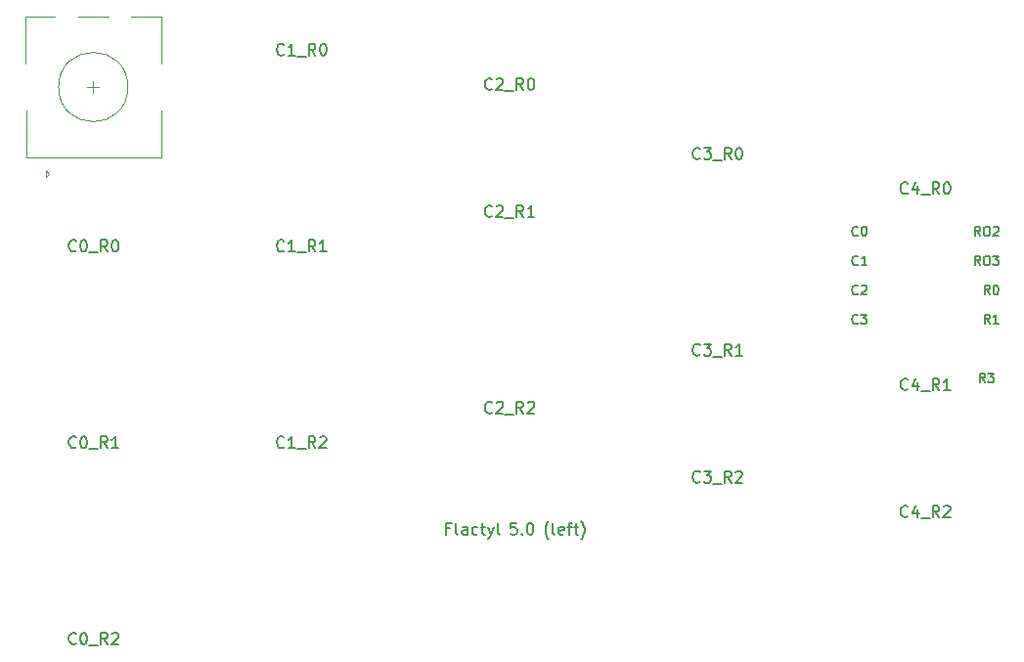
<source format=gbr>
%TF.GenerationSoftware,KiCad,Pcbnew,(7.0.0-0)*%
%TF.CreationDate,2023-06-15T15:06:03+08:00*%
%TF.ProjectId,left,6c656674-2e6b-4696-9361-645f70636258,v1.0.0*%
%TF.SameCoordinates,Original*%
%TF.FileFunction,Legend,Top*%
%TF.FilePolarity,Positive*%
%FSLAX46Y46*%
G04 Gerber Fmt 4.6, Leading zero omitted, Abs format (unit mm)*
G04 Created by KiCad (PCBNEW (7.0.0-0)) date 2023-06-15 15:06:03*
%MOMM*%
%LPD*%
G01*
G04 APERTURE LIST*
%ADD10C,0.150000*%
%ADD11C,0.120000*%
G04 APERTURE END LIST*
D10*
%TO.C,S1*%
X70476190Y41727857D02*
X70428571Y41680238D01*
X70428571Y41680238D02*
X70285714Y41632619D01*
X70285714Y41632619D02*
X70190476Y41632619D01*
X70190476Y41632619D02*
X70047619Y41680238D01*
X70047619Y41680238D02*
X69952381Y41775476D01*
X69952381Y41775476D02*
X69904762Y41870714D01*
X69904762Y41870714D02*
X69857143Y42061190D01*
X69857143Y42061190D02*
X69857143Y42204047D01*
X69857143Y42204047D02*
X69904762Y42394523D01*
X69904762Y42394523D02*
X69952381Y42489761D01*
X69952381Y42489761D02*
X70047619Y42585000D01*
X70047619Y42585000D02*
X70190476Y42632619D01*
X70190476Y42632619D02*
X70285714Y42632619D01*
X70285714Y42632619D02*
X70428571Y42585000D01*
X70428571Y42585000D02*
X70476190Y42537380D01*
X71333333Y42299285D02*
X71333333Y41632619D01*
X71095238Y42680238D02*
X70857143Y41965952D01*
X70857143Y41965952D02*
X71476190Y41965952D01*
X71619048Y41537380D02*
X72380952Y41537380D01*
X73190476Y41632619D02*
X72857143Y42108809D01*
X72619048Y41632619D02*
X72619048Y42632619D01*
X72619048Y42632619D02*
X73000000Y42632619D01*
X73000000Y42632619D02*
X73095238Y42585000D01*
X73095238Y42585000D02*
X73142857Y42537380D01*
X73142857Y42537380D02*
X73190476Y42442142D01*
X73190476Y42442142D02*
X73190476Y42299285D01*
X73190476Y42299285D02*
X73142857Y42204047D01*
X73142857Y42204047D02*
X73095238Y42156428D01*
X73095238Y42156428D02*
X73000000Y42108809D01*
X73000000Y42108809D02*
X72619048Y42108809D01*
X73809524Y42632619D02*
X73904762Y42632619D01*
X73904762Y42632619D02*
X74000000Y42585000D01*
X74000000Y42585000D02*
X74047619Y42537380D01*
X74047619Y42537380D02*
X74095238Y42442142D01*
X74095238Y42442142D02*
X74142857Y42251666D01*
X74142857Y42251666D02*
X74142857Y42013571D01*
X74142857Y42013571D02*
X74095238Y41823095D01*
X74095238Y41823095D02*
X74047619Y41727857D01*
X74047619Y41727857D02*
X74000000Y41680238D01*
X74000000Y41680238D02*
X73904762Y41632619D01*
X73904762Y41632619D02*
X73809524Y41632619D01*
X73809524Y41632619D02*
X73714286Y41680238D01*
X73714286Y41680238D02*
X73666667Y41727857D01*
X73666667Y41727857D02*
X73619048Y41823095D01*
X73619048Y41823095D02*
X73571429Y42013571D01*
X73571429Y42013571D02*
X73571429Y42251666D01*
X73571429Y42251666D02*
X73619048Y42442142D01*
X73619048Y42442142D02*
X73666667Y42537380D01*
X73666667Y42537380D02*
X73714286Y42585000D01*
X73714286Y42585000D02*
X73809524Y42632619D01*
%TO.C,S2*%
X70476190Y24727857D02*
X70428571Y24680238D01*
X70428571Y24680238D02*
X70285714Y24632619D01*
X70285714Y24632619D02*
X70190476Y24632619D01*
X70190476Y24632619D02*
X70047619Y24680238D01*
X70047619Y24680238D02*
X69952381Y24775476D01*
X69952381Y24775476D02*
X69904762Y24870714D01*
X69904762Y24870714D02*
X69857143Y25061190D01*
X69857143Y25061190D02*
X69857143Y25204047D01*
X69857143Y25204047D02*
X69904762Y25394523D01*
X69904762Y25394523D02*
X69952381Y25489761D01*
X69952381Y25489761D02*
X70047619Y25585000D01*
X70047619Y25585000D02*
X70190476Y25632619D01*
X70190476Y25632619D02*
X70285714Y25632619D01*
X70285714Y25632619D02*
X70428571Y25585000D01*
X70428571Y25585000D02*
X70476190Y25537380D01*
X71333333Y25299285D02*
X71333333Y24632619D01*
X71095238Y25680238D02*
X70857143Y24965952D01*
X70857143Y24965952D02*
X71476190Y24965952D01*
X71619048Y24537380D02*
X72380952Y24537380D01*
X73190476Y24632619D02*
X72857143Y25108809D01*
X72619048Y24632619D02*
X72619048Y25632619D01*
X72619048Y25632619D02*
X73000000Y25632619D01*
X73000000Y25632619D02*
X73095238Y25585000D01*
X73095238Y25585000D02*
X73142857Y25537380D01*
X73142857Y25537380D02*
X73190476Y25442142D01*
X73190476Y25442142D02*
X73190476Y25299285D01*
X73190476Y25299285D02*
X73142857Y25204047D01*
X73142857Y25204047D02*
X73095238Y25156428D01*
X73095238Y25156428D02*
X73000000Y25108809D01*
X73000000Y25108809D02*
X72619048Y25108809D01*
X74142857Y24632619D02*
X73571429Y24632619D01*
X73857143Y24632619D02*
X73857143Y25632619D01*
X73857143Y25632619D02*
X73761905Y25489761D01*
X73761905Y25489761D02*
X73666667Y25394523D01*
X73666667Y25394523D02*
X73571429Y25346904D01*
%TO.C,MCU1*%
X66166667Y38092285D02*
X66128571Y38054190D01*
X66128571Y38054190D02*
X66014286Y38016095D01*
X66014286Y38016095D02*
X65938095Y38016095D01*
X65938095Y38016095D02*
X65823809Y38054190D01*
X65823809Y38054190D02*
X65747619Y38130380D01*
X65747619Y38130380D02*
X65709524Y38206571D01*
X65709524Y38206571D02*
X65671428Y38358952D01*
X65671428Y38358952D02*
X65671428Y38473238D01*
X65671428Y38473238D02*
X65709524Y38625619D01*
X65709524Y38625619D02*
X65747619Y38701809D01*
X65747619Y38701809D02*
X65823809Y38778000D01*
X65823809Y38778000D02*
X65938095Y38816095D01*
X65938095Y38816095D02*
X66014286Y38816095D01*
X66014286Y38816095D02*
X66128571Y38778000D01*
X66128571Y38778000D02*
X66166667Y38739904D01*
X66661905Y38816095D02*
X66738095Y38816095D01*
X66738095Y38816095D02*
X66814286Y38778000D01*
X66814286Y38778000D02*
X66852381Y38739904D01*
X66852381Y38739904D02*
X66890476Y38663714D01*
X66890476Y38663714D02*
X66928571Y38511333D01*
X66928571Y38511333D02*
X66928571Y38320857D01*
X66928571Y38320857D02*
X66890476Y38168476D01*
X66890476Y38168476D02*
X66852381Y38092285D01*
X66852381Y38092285D02*
X66814286Y38054190D01*
X66814286Y38054190D02*
X66738095Y38016095D01*
X66738095Y38016095D02*
X66661905Y38016095D01*
X66661905Y38016095D02*
X66585714Y38054190D01*
X66585714Y38054190D02*
X66547619Y38092285D01*
X66547619Y38092285D02*
X66509524Y38168476D01*
X66509524Y38168476D02*
X66471428Y38320857D01*
X66471428Y38320857D02*
X66471428Y38511333D01*
X66471428Y38511333D02*
X66509524Y38663714D01*
X66509524Y38663714D02*
X66547619Y38739904D01*
X66547619Y38739904D02*
X66585714Y38778000D01*
X66585714Y38778000D02*
X66661905Y38816095D01*
X66166667Y35552285D02*
X66128571Y35514190D01*
X66128571Y35514190D02*
X66014286Y35476095D01*
X66014286Y35476095D02*
X65938095Y35476095D01*
X65938095Y35476095D02*
X65823809Y35514190D01*
X65823809Y35514190D02*
X65747619Y35590380D01*
X65747619Y35590380D02*
X65709524Y35666571D01*
X65709524Y35666571D02*
X65671428Y35818952D01*
X65671428Y35818952D02*
X65671428Y35933238D01*
X65671428Y35933238D02*
X65709524Y36085619D01*
X65709524Y36085619D02*
X65747619Y36161809D01*
X65747619Y36161809D02*
X65823809Y36238000D01*
X65823809Y36238000D02*
X65938095Y36276095D01*
X65938095Y36276095D02*
X66014286Y36276095D01*
X66014286Y36276095D02*
X66128571Y36238000D01*
X66128571Y36238000D02*
X66166667Y36199904D01*
X66928571Y35476095D02*
X66471428Y35476095D01*
X66700000Y35476095D02*
X66700000Y36276095D01*
X66700000Y36276095D02*
X66623809Y36161809D01*
X66623809Y36161809D02*
X66547619Y36085619D01*
X66547619Y36085619D02*
X66471428Y36047523D01*
X66166667Y33012285D02*
X66128571Y32974190D01*
X66128571Y32974190D02*
X66014286Y32936095D01*
X66014286Y32936095D02*
X65938095Y32936095D01*
X65938095Y32936095D02*
X65823809Y32974190D01*
X65823809Y32974190D02*
X65747619Y33050380D01*
X65747619Y33050380D02*
X65709524Y33126571D01*
X65709524Y33126571D02*
X65671428Y33278952D01*
X65671428Y33278952D02*
X65671428Y33393238D01*
X65671428Y33393238D02*
X65709524Y33545619D01*
X65709524Y33545619D02*
X65747619Y33621809D01*
X65747619Y33621809D02*
X65823809Y33698000D01*
X65823809Y33698000D02*
X65938095Y33736095D01*
X65938095Y33736095D02*
X66014286Y33736095D01*
X66014286Y33736095D02*
X66128571Y33698000D01*
X66128571Y33698000D02*
X66166667Y33659904D01*
X66471428Y33659904D02*
X66509524Y33698000D01*
X66509524Y33698000D02*
X66585714Y33736095D01*
X66585714Y33736095D02*
X66776190Y33736095D01*
X66776190Y33736095D02*
X66852381Y33698000D01*
X66852381Y33698000D02*
X66890476Y33659904D01*
X66890476Y33659904D02*
X66928571Y33583714D01*
X66928571Y33583714D02*
X66928571Y33507523D01*
X66928571Y33507523D02*
X66890476Y33393238D01*
X66890476Y33393238D02*
X66433333Y32936095D01*
X66433333Y32936095D02*
X66928571Y32936095D01*
X66166667Y30472285D02*
X66128571Y30434190D01*
X66128571Y30434190D02*
X66014286Y30396095D01*
X66014286Y30396095D02*
X65938095Y30396095D01*
X65938095Y30396095D02*
X65823809Y30434190D01*
X65823809Y30434190D02*
X65747619Y30510380D01*
X65747619Y30510380D02*
X65709524Y30586571D01*
X65709524Y30586571D02*
X65671428Y30738952D01*
X65671428Y30738952D02*
X65671428Y30853238D01*
X65671428Y30853238D02*
X65709524Y31005619D01*
X65709524Y31005619D02*
X65747619Y31081809D01*
X65747619Y31081809D02*
X65823809Y31158000D01*
X65823809Y31158000D02*
X65938095Y31196095D01*
X65938095Y31196095D02*
X66014286Y31196095D01*
X66014286Y31196095D02*
X66128571Y31158000D01*
X66128571Y31158000D02*
X66166667Y31119904D01*
X66433333Y31196095D02*
X66928571Y31196095D01*
X66928571Y31196095D02*
X66661905Y30891333D01*
X66661905Y30891333D02*
X66776190Y30891333D01*
X66776190Y30891333D02*
X66852381Y30853238D01*
X66852381Y30853238D02*
X66890476Y30815142D01*
X66890476Y30815142D02*
X66928571Y30738952D01*
X66928571Y30738952D02*
X66928571Y30548476D01*
X66928571Y30548476D02*
X66890476Y30472285D01*
X66890476Y30472285D02*
X66852381Y30434190D01*
X66852381Y30434190D02*
X66776190Y30396095D01*
X66776190Y30396095D02*
X66547619Y30396095D01*
X66547619Y30396095D02*
X66471428Y30434190D01*
X66471428Y30434190D02*
X66433333Y30472285D01*
X76747619Y38016095D02*
X76480952Y38397047D01*
X76290476Y38016095D02*
X76290476Y38816095D01*
X76290476Y38816095D02*
X76595238Y38816095D01*
X76595238Y38816095D02*
X76671428Y38778000D01*
X76671428Y38778000D02*
X76709523Y38739904D01*
X76709523Y38739904D02*
X76747619Y38663714D01*
X76747619Y38663714D02*
X76747619Y38549428D01*
X76747619Y38549428D02*
X76709523Y38473238D01*
X76709523Y38473238D02*
X76671428Y38435142D01*
X76671428Y38435142D02*
X76595238Y38397047D01*
X76595238Y38397047D02*
X76290476Y38397047D01*
X77242857Y38816095D02*
X77395238Y38816095D01*
X77395238Y38816095D02*
X77471428Y38778000D01*
X77471428Y38778000D02*
X77547619Y38701809D01*
X77547619Y38701809D02*
X77585714Y38549428D01*
X77585714Y38549428D02*
X77585714Y38282761D01*
X77585714Y38282761D02*
X77547619Y38130380D01*
X77547619Y38130380D02*
X77471428Y38054190D01*
X77471428Y38054190D02*
X77395238Y38016095D01*
X77395238Y38016095D02*
X77242857Y38016095D01*
X77242857Y38016095D02*
X77166666Y38054190D01*
X77166666Y38054190D02*
X77090476Y38130380D01*
X77090476Y38130380D02*
X77052380Y38282761D01*
X77052380Y38282761D02*
X77052380Y38549428D01*
X77052380Y38549428D02*
X77090476Y38701809D01*
X77090476Y38701809D02*
X77166666Y38778000D01*
X77166666Y38778000D02*
X77242857Y38816095D01*
X77890475Y38739904D02*
X77928571Y38778000D01*
X77928571Y38778000D02*
X78004761Y38816095D01*
X78004761Y38816095D02*
X78195237Y38816095D01*
X78195237Y38816095D02*
X78271428Y38778000D01*
X78271428Y38778000D02*
X78309523Y38739904D01*
X78309523Y38739904D02*
X78347618Y38663714D01*
X78347618Y38663714D02*
X78347618Y38587523D01*
X78347618Y38587523D02*
X78309523Y38473238D01*
X78309523Y38473238D02*
X77852380Y38016095D01*
X77852380Y38016095D02*
X78347618Y38016095D01*
X76747619Y35476095D02*
X76480952Y35857047D01*
X76290476Y35476095D02*
X76290476Y36276095D01*
X76290476Y36276095D02*
X76595238Y36276095D01*
X76595238Y36276095D02*
X76671428Y36238000D01*
X76671428Y36238000D02*
X76709523Y36199904D01*
X76709523Y36199904D02*
X76747619Y36123714D01*
X76747619Y36123714D02*
X76747619Y36009428D01*
X76747619Y36009428D02*
X76709523Y35933238D01*
X76709523Y35933238D02*
X76671428Y35895142D01*
X76671428Y35895142D02*
X76595238Y35857047D01*
X76595238Y35857047D02*
X76290476Y35857047D01*
X77242857Y36276095D02*
X77395238Y36276095D01*
X77395238Y36276095D02*
X77471428Y36238000D01*
X77471428Y36238000D02*
X77547619Y36161809D01*
X77547619Y36161809D02*
X77585714Y36009428D01*
X77585714Y36009428D02*
X77585714Y35742761D01*
X77585714Y35742761D02*
X77547619Y35590380D01*
X77547619Y35590380D02*
X77471428Y35514190D01*
X77471428Y35514190D02*
X77395238Y35476095D01*
X77395238Y35476095D02*
X77242857Y35476095D01*
X77242857Y35476095D02*
X77166666Y35514190D01*
X77166666Y35514190D02*
X77090476Y35590380D01*
X77090476Y35590380D02*
X77052380Y35742761D01*
X77052380Y35742761D02*
X77052380Y36009428D01*
X77052380Y36009428D02*
X77090476Y36161809D01*
X77090476Y36161809D02*
X77166666Y36238000D01*
X77166666Y36238000D02*
X77242857Y36276095D01*
X77852380Y36276095D02*
X78347618Y36276095D01*
X78347618Y36276095D02*
X78080952Y35971333D01*
X78080952Y35971333D02*
X78195237Y35971333D01*
X78195237Y35971333D02*
X78271428Y35933238D01*
X78271428Y35933238D02*
X78309523Y35895142D01*
X78309523Y35895142D02*
X78347618Y35818952D01*
X78347618Y35818952D02*
X78347618Y35628476D01*
X78347618Y35628476D02*
X78309523Y35552285D01*
X78309523Y35552285D02*
X78271428Y35514190D01*
X78271428Y35514190D02*
X78195237Y35476095D01*
X78195237Y35476095D02*
X77966666Y35476095D01*
X77966666Y35476095D02*
X77890475Y35514190D01*
X77890475Y35514190D02*
X77852380Y35552285D01*
X77566667Y32936095D02*
X77300000Y33317047D01*
X77109524Y32936095D02*
X77109524Y33736095D01*
X77109524Y33736095D02*
X77414286Y33736095D01*
X77414286Y33736095D02*
X77490476Y33698000D01*
X77490476Y33698000D02*
X77528571Y33659904D01*
X77528571Y33659904D02*
X77566667Y33583714D01*
X77566667Y33583714D02*
X77566667Y33469428D01*
X77566667Y33469428D02*
X77528571Y33393238D01*
X77528571Y33393238D02*
X77490476Y33355142D01*
X77490476Y33355142D02*
X77414286Y33317047D01*
X77414286Y33317047D02*
X77109524Y33317047D01*
X78061905Y33736095D02*
X78138095Y33736095D01*
X78138095Y33736095D02*
X78214286Y33698000D01*
X78214286Y33698000D02*
X78252381Y33659904D01*
X78252381Y33659904D02*
X78290476Y33583714D01*
X78290476Y33583714D02*
X78328571Y33431333D01*
X78328571Y33431333D02*
X78328571Y33240857D01*
X78328571Y33240857D02*
X78290476Y33088476D01*
X78290476Y33088476D02*
X78252381Y33012285D01*
X78252381Y33012285D02*
X78214286Y32974190D01*
X78214286Y32974190D02*
X78138095Y32936095D01*
X78138095Y32936095D02*
X78061905Y32936095D01*
X78061905Y32936095D02*
X77985714Y32974190D01*
X77985714Y32974190D02*
X77947619Y33012285D01*
X77947619Y33012285D02*
X77909524Y33088476D01*
X77909524Y33088476D02*
X77871428Y33240857D01*
X77871428Y33240857D02*
X77871428Y33431333D01*
X77871428Y33431333D02*
X77909524Y33583714D01*
X77909524Y33583714D02*
X77947619Y33659904D01*
X77947619Y33659904D02*
X77985714Y33698000D01*
X77985714Y33698000D02*
X78061905Y33736095D01*
X77566667Y30396095D02*
X77300000Y30777047D01*
X77109524Y30396095D02*
X77109524Y31196095D01*
X77109524Y31196095D02*
X77414286Y31196095D01*
X77414286Y31196095D02*
X77490476Y31158000D01*
X77490476Y31158000D02*
X77528571Y31119904D01*
X77528571Y31119904D02*
X77566667Y31043714D01*
X77566667Y31043714D02*
X77566667Y30929428D01*
X77566667Y30929428D02*
X77528571Y30853238D01*
X77528571Y30853238D02*
X77490476Y30815142D01*
X77490476Y30815142D02*
X77414286Y30777047D01*
X77414286Y30777047D02*
X77109524Y30777047D01*
X78328571Y30396095D02*
X77871428Y30396095D01*
X78100000Y30396095D02*
X78100000Y31196095D01*
X78100000Y31196095D02*
X78023809Y31081809D01*
X78023809Y31081809D02*
X77947619Y31005619D01*
X77947619Y31005619D02*
X77871428Y30967523D01*
X77166667Y25316095D02*
X76900000Y25697047D01*
X76709524Y25316095D02*
X76709524Y26116095D01*
X76709524Y26116095D02*
X77014286Y26116095D01*
X77014286Y26116095D02*
X77090476Y26078000D01*
X77090476Y26078000D02*
X77128571Y26039904D01*
X77128571Y26039904D02*
X77166667Y25963714D01*
X77166667Y25963714D02*
X77166667Y25849428D01*
X77166667Y25849428D02*
X77128571Y25773238D01*
X77128571Y25773238D02*
X77090476Y25735142D01*
X77090476Y25735142D02*
X77014286Y25697047D01*
X77014286Y25697047D02*
X76709524Y25697047D01*
X77433333Y26116095D02*
X77928571Y26116095D01*
X77928571Y26116095D02*
X77661905Y25811333D01*
X77661905Y25811333D02*
X77776190Y25811333D01*
X77776190Y25811333D02*
X77852381Y25773238D01*
X77852381Y25773238D02*
X77890476Y25735142D01*
X77890476Y25735142D02*
X77928571Y25658952D01*
X77928571Y25658952D02*
X77928571Y25468476D01*
X77928571Y25468476D02*
X77890476Y25392285D01*
X77890476Y25392285D02*
X77852381Y25354190D01*
X77852381Y25354190D02*
X77776190Y25316095D01*
X77776190Y25316095D02*
X77547619Y25316095D01*
X77547619Y25316095D02*
X77471428Y25354190D01*
X77471428Y25354190D02*
X77433333Y25392285D01*
%TO.C,JC1*%
%TO.C,T1*%
X30852379Y12656428D02*
X30519046Y12656428D01*
X30519046Y12132619D02*
X30519046Y13132619D01*
X30519046Y13132619D02*
X30995236Y13132619D01*
X31519046Y12132619D02*
X31423808Y12180238D01*
X31423808Y12180238D02*
X31376189Y12275476D01*
X31376189Y12275476D02*
X31376189Y13132619D01*
X32328570Y12132619D02*
X32328570Y12656428D01*
X32328570Y12656428D02*
X32280951Y12751666D01*
X32280951Y12751666D02*
X32185713Y12799285D01*
X32185713Y12799285D02*
X31995237Y12799285D01*
X31995237Y12799285D02*
X31899999Y12751666D01*
X32328570Y12180238D02*
X32233332Y12132619D01*
X32233332Y12132619D02*
X31995237Y12132619D01*
X31995237Y12132619D02*
X31899999Y12180238D01*
X31899999Y12180238D02*
X31852380Y12275476D01*
X31852380Y12275476D02*
X31852380Y12370714D01*
X31852380Y12370714D02*
X31899999Y12465952D01*
X31899999Y12465952D02*
X31995237Y12513571D01*
X31995237Y12513571D02*
X32233332Y12513571D01*
X32233332Y12513571D02*
X32328570Y12561190D01*
X33233332Y12180238D02*
X33138094Y12132619D01*
X33138094Y12132619D02*
X32947618Y12132619D01*
X32947618Y12132619D02*
X32852380Y12180238D01*
X32852380Y12180238D02*
X32804761Y12227857D01*
X32804761Y12227857D02*
X32757142Y12323095D01*
X32757142Y12323095D02*
X32757142Y12608809D01*
X32757142Y12608809D02*
X32804761Y12704047D01*
X32804761Y12704047D02*
X32852380Y12751666D01*
X32852380Y12751666D02*
X32947618Y12799285D01*
X32947618Y12799285D02*
X33138094Y12799285D01*
X33138094Y12799285D02*
X33233332Y12751666D01*
X33519047Y12799285D02*
X33899999Y12799285D01*
X33661904Y13132619D02*
X33661904Y12275476D01*
X33661904Y12275476D02*
X33709523Y12180238D01*
X33709523Y12180238D02*
X33804761Y12132619D01*
X33804761Y12132619D02*
X33899999Y12132619D01*
X34138095Y12799285D02*
X34376190Y12132619D01*
X34614285Y12799285D02*
X34376190Y12132619D01*
X34376190Y12132619D02*
X34280952Y11894523D01*
X34280952Y11894523D02*
X34233333Y11846904D01*
X34233333Y11846904D02*
X34138095Y11799285D01*
X35138095Y12132619D02*
X35042857Y12180238D01*
X35042857Y12180238D02*
X34995238Y12275476D01*
X34995238Y12275476D02*
X34995238Y13132619D01*
X36595238Y13132619D02*
X36119048Y13132619D01*
X36119048Y13132619D02*
X36071429Y12656428D01*
X36071429Y12656428D02*
X36119048Y12704047D01*
X36119048Y12704047D02*
X36214286Y12751666D01*
X36214286Y12751666D02*
X36452381Y12751666D01*
X36452381Y12751666D02*
X36547619Y12704047D01*
X36547619Y12704047D02*
X36595238Y12656428D01*
X36595238Y12656428D02*
X36642857Y12561190D01*
X36642857Y12561190D02*
X36642857Y12323095D01*
X36642857Y12323095D02*
X36595238Y12227857D01*
X36595238Y12227857D02*
X36547619Y12180238D01*
X36547619Y12180238D02*
X36452381Y12132619D01*
X36452381Y12132619D02*
X36214286Y12132619D01*
X36214286Y12132619D02*
X36119048Y12180238D01*
X36119048Y12180238D02*
X36071429Y12227857D01*
X37071429Y12227857D02*
X37119048Y12180238D01*
X37119048Y12180238D02*
X37071429Y12132619D01*
X37071429Y12132619D02*
X37023810Y12180238D01*
X37023810Y12180238D02*
X37071429Y12227857D01*
X37071429Y12227857D02*
X37071429Y12132619D01*
X37738095Y13132619D02*
X37833333Y13132619D01*
X37833333Y13132619D02*
X37928571Y13085000D01*
X37928571Y13085000D02*
X37976190Y13037380D01*
X37976190Y13037380D02*
X38023809Y12942142D01*
X38023809Y12942142D02*
X38071428Y12751666D01*
X38071428Y12751666D02*
X38071428Y12513571D01*
X38071428Y12513571D02*
X38023809Y12323095D01*
X38023809Y12323095D02*
X37976190Y12227857D01*
X37976190Y12227857D02*
X37928571Y12180238D01*
X37928571Y12180238D02*
X37833333Y12132619D01*
X37833333Y12132619D02*
X37738095Y12132619D01*
X37738095Y12132619D02*
X37642857Y12180238D01*
X37642857Y12180238D02*
X37595238Y12227857D01*
X37595238Y12227857D02*
X37547619Y12323095D01*
X37547619Y12323095D02*
X37500000Y12513571D01*
X37500000Y12513571D02*
X37500000Y12751666D01*
X37500000Y12751666D02*
X37547619Y12942142D01*
X37547619Y12942142D02*
X37595238Y13037380D01*
X37595238Y13037380D02*
X37642857Y13085000D01*
X37642857Y13085000D02*
X37738095Y13132619D01*
X39385714Y11751666D02*
X39338095Y11799285D01*
X39338095Y11799285D02*
X39242857Y11942142D01*
X39242857Y11942142D02*
X39195238Y12037380D01*
X39195238Y12037380D02*
X39147619Y12180238D01*
X39147619Y12180238D02*
X39100000Y12418333D01*
X39100000Y12418333D02*
X39100000Y12608809D01*
X39100000Y12608809D02*
X39147619Y12846904D01*
X39147619Y12846904D02*
X39195238Y12989761D01*
X39195238Y12989761D02*
X39242857Y13085000D01*
X39242857Y13085000D02*
X39338095Y13227857D01*
X39338095Y13227857D02*
X39385714Y13275476D01*
X39909524Y12132619D02*
X39814286Y12180238D01*
X39814286Y12180238D02*
X39766667Y12275476D01*
X39766667Y12275476D02*
X39766667Y13132619D01*
X40671429Y12180238D02*
X40576191Y12132619D01*
X40576191Y12132619D02*
X40385715Y12132619D01*
X40385715Y12132619D02*
X40290477Y12180238D01*
X40290477Y12180238D02*
X40242858Y12275476D01*
X40242858Y12275476D02*
X40242858Y12656428D01*
X40242858Y12656428D02*
X40290477Y12751666D01*
X40290477Y12751666D02*
X40385715Y12799285D01*
X40385715Y12799285D02*
X40576191Y12799285D01*
X40576191Y12799285D02*
X40671429Y12751666D01*
X40671429Y12751666D02*
X40719048Y12656428D01*
X40719048Y12656428D02*
X40719048Y12561190D01*
X40719048Y12561190D02*
X40242858Y12465952D01*
X41004763Y12799285D02*
X41385715Y12799285D01*
X41147620Y12132619D02*
X41147620Y12989761D01*
X41147620Y12989761D02*
X41195239Y13085000D01*
X41195239Y13085000D02*
X41290477Y13132619D01*
X41290477Y13132619D02*
X41385715Y13132619D01*
X41576192Y12799285D02*
X41957144Y12799285D01*
X41719049Y13132619D02*
X41719049Y12275476D01*
X41719049Y12275476D02*
X41766668Y12180238D01*
X41766668Y12180238D02*
X41861906Y12132619D01*
X41861906Y12132619D02*
X41957144Y12132619D01*
X42195240Y11751666D02*
X42242859Y11799285D01*
X42242859Y11799285D02*
X42338097Y11942142D01*
X42338097Y11942142D02*
X42385716Y12037380D01*
X42385716Y12037380D02*
X42433335Y12180238D01*
X42433335Y12180238D02*
X42480954Y12418333D01*
X42480954Y12418333D02*
X42480954Y12608809D01*
X42480954Y12608809D02*
X42433335Y12846904D01*
X42433335Y12846904D02*
X42385716Y12989761D01*
X42385716Y12989761D02*
X42338097Y13085000D01*
X42338097Y13085000D02*
X42242859Y13227857D01*
X42242859Y13227857D02*
X42195240Y13275476D01*
%TO.C,H1*%
%TO.C,H2*%
%TO.C,H3*%
%TO.C,H4*%
%TO.C,H5*%
%TO.C,S3*%
X-1523809Y36727857D02*
X-1571428Y36680238D01*
X-1571428Y36680238D02*
X-1714285Y36632619D01*
X-1714285Y36632619D02*
X-1809523Y36632619D01*
X-1809523Y36632619D02*
X-1952380Y36680238D01*
X-1952380Y36680238D02*
X-2047618Y36775476D01*
X-2047618Y36775476D02*
X-2095237Y36870714D01*
X-2095237Y36870714D02*
X-2142856Y37061190D01*
X-2142856Y37061190D02*
X-2142856Y37204047D01*
X-2142856Y37204047D02*
X-2095237Y37394523D01*
X-2095237Y37394523D02*
X-2047618Y37489761D01*
X-2047618Y37489761D02*
X-1952380Y37585000D01*
X-1952380Y37585000D02*
X-1809523Y37632619D01*
X-1809523Y37632619D02*
X-1714285Y37632619D01*
X-1714285Y37632619D02*
X-1571428Y37585000D01*
X-1571428Y37585000D02*
X-1523809Y37537380D01*
X-904761Y37632619D02*
X-809523Y37632619D01*
X-809523Y37632619D02*
X-714285Y37585000D01*
X-714285Y37585000D02*
X-666666Y37537380D01*
X-666666Y37537380D02*
X-619047Y37442142D01*
X-619047Y37442142D02*
X-571428Y37251666D01*
X-571428Y37251666D02*
X-571428Y37013571D01*
X-571428Y37013571D02*
X-619047Y36823095D01*
X-619047Y36823095D02*
X-666666Y36727857D01*
X-666666Y36727857D02*
X-714285Y36680238D01*
X-714285Y36680238D02*
X-809523Y36632619D01*
X-809523Y36632619D02*
X-904761Y36632619D01*
X-904761Y36632619D02*
X-999999Y36680238D01*
X-999999Y36680238D02*
X-1047618Y36727857D01*
X-1047618Y36727857D02*
X-1095237Y36823095D01*
X-1095237Y36823095D02*
X-1142856Y37013571D01*
X-1142856Y37013571D02*
X-1142856Y37251666D01*
X-1142856Y37251666D02*
X-1095237Y37442142D01*
X-1095237Y37442142D02*
X-1047618Y37537380D01*
X-1047618Y37537380D02*
X-999999Y37585000D01*
X-999999Y37585000D02*
X-904761Y37632619D01*
X-380952Y36537380D02*
X380952Y36537380D01*
X1190476Y36632619D02*
X857143Y37108809D01*
X619048Y36632619D02*
X619048Y37632619D01*
X619048Y37632619D02*
X1000000Y37632619D01*
X1000000Y37632619D02*
X1095238Y37585000D01*
X1095238Y37585000D02*
X1142857Y37537380D01*
X1142857Y37537380D02*
X1190476Y37442142D01*
X1190476Y37442142D02*
X1190476Y37299285D01*
X1190476Y37299285D02*
X1142857Y37204047D01*
X1142857Y37204047D02*
X1095238Y37156428D01*
X1095238Y37156428D02*
X1000000Y37108809D01*
X1000000Y37108809D02*
X619048Y37108809D01*
X1809524Y37632619D02*
X1904762Y37632619D01*
X1904762Y37632619D02*
X2000000Y37585000D01*
X2000000Y37585000D02*
X2047619Y37537380D01*
X2047619Y37537380D02*
X2095238Y37442142D01*
X2095238Y37442142D02*
X2142857Y37251666D01*
X2142857Y37251666D02*
X2142857Y37013571D01*
X2142857Y37013571D02*
X2095238Y36823095D01*
X2095238Y36823095D02*
X2047619Y36727857D01*
X2047619Y36727857D02*
X2000000Y36680238D01*
X2000000Y36680238D02*
X1904762Y36632619D01*
X1904762Y36632619D02*
X1809524Y36632619D01*
X1809524Y36632619D02*
X1714286Y36680238D01*
X1714286Y36680238D02*
X1666667Y36727857D01*
X1666667Y36727857D02*
X1619048Y36823095D01*
X1619048Y36823095D02*
X1571429Y37013571D01*
X1571429Y37013571D02*
X1571429Y37251666D01*
X1571429Y37251666D02*
X1619048Y37442142D01*
X1619048Y37442142D02*
X1666667Y37537380D01*
X1666667Y37537380D02*
X1714286Y37585000D01*
X1714286Y37585000D02*
X1809524Y37632619D01*
%TO.C,S4*%
X-1523809Y19727857D02*
X-1571428Y19680238D01*
X-1571428Y19680238D02*
X-1714285Y19632619D01*
X-1714285Y19632619D02*
X-1809523Y19632619D01*
X-1809523Y19632619D02*
X-1952380Y19680238D01*
X-1952380Y19680238D02*
X-2047618Y19775476D01*
X-2047618Y19775476D02*
X-2095237Y19870714D01*
X-2095237Y19870714D02*
X-2142856Y20061190D01*
X-2142856Y20061190D02*
X-2142856Y20204047D01*
X-2142856Y20204047D02*
X-2095237Y20394523D01*
X-2095237Y20394523D02*
X-2047618Y20489761D01*
X-2047618Y20489761D02*
X-1952380Y20585000D01*
X-1952380Y20585000D02*
X-1809523Y20632619D01*
X-1809523Y20632619D02*
X-1714285Y20632619D01*
X-1714285Y20632619D02*
X-1571428Y20585000D01*
X-1571428Y20585000D02*
X-1523809Y20537380D01*
X-904761Y20632619D02*
X-809523Y20632619D01*
X-809523Y20632619D02*
X-714285Y20585000D01*
X-714285Y20585000D02*
X-666666Y20537380D01*
X-666666Y20537380D02*
X-619047Y20442142D01*
X-619047Y20442142D02*
X-571428Y20251666D01*
X-571428Y20251666D02*
X-571428Y20013571D01*
X-571428Y20013571D02*
X-619047Y19823095D01*
X-619047Y19823095D02*
X-666666Y19727857D01*
X-666666Y19727857D02*
X-714285Y19680238D01*
X-714285Y19680238D02*
X-809523Y19632619D01*
X-809523Y19632619D02*
X-904761Y19632619D01*
X-904761Y19632619D02*
X-999999Y19680238D01*
X-999999Y19680238D02*
X-1047618Y19727857D01*
X-1047618Y19727857D02*
X-1095237Y19823095D01*
X-1095237Y19823095D02*
X-1142856Y20013571D01*
X-1142856Y20013571D02*
X-1142856Y20251666D01*
X-1142856Y20251666D02*
X-1095237Y20442142D01*
X-1095237Y20442142D02*
X-1047618Y20537380D01*
X-1047618Y20537380D02*
X-999999Y20585000D01*
X-999999Y20585000D02*
X-904761Y20632619D01*
X-380952Y19537380D02*
X380952Y19537380D01*
X1190476Y19632619D02*
X857143Y20108809D01*
X619048Y19632619D02*
X619048Y20632619D01*
X619048Y20632619D02*
X1000000Y20632619D01*
X1000000Y20632619D02*
X1095238Y20585000D01*
X1095238Y20585000D02*
X1142857Y20537380D01*
X1142857Y20537380D02*
X1190476Y20442142D01*
X1190476Y20442142D02*
X1190476Y20299285D01*
X1190476Y20299285D02*
X1142857Y20204047D01*
X1142857Y20204047D02*
X1095238Y20156428D01*
X1095238Y20156428D02*
X1000000Y20108809D01*
X1000000Y20108809D02*
X619048Y20108809D01*
X2142857Y19632619D02*
X1571429Y19632619D01*
X1857143Y19632619D02*
X1857143Y20632619D01*
X1857143Y20632619D02*
X1761905Y20489761D01*
X1761905Y20489761D02*
X1666667Y20394523D01*
X1666667Y20394523D02*
X1571429Y20346904D01*
%TO.C,S5*%
X-1523809Y2727857D02*
X-1571428Y2680238D01*
X-1571428Y2680238D02*
X-1714285Y2632619D01*
X-1714285Y2632619D02*
X-1809523Y2632619D01*
X-1809523Y2632619D02*
X-1952380Y2680238D01*
X-1952380Y2680238D02*
X-2047618Y2775476D01*
X-2047618Y2775476D02*
X-2095237Y2870714D01*
X-2095237Y2870714D02*
X-2142856Y3061190D01*
X-2142856Y3061190D02*
X-2142856Y3204047D01*
X-2142856Y3204047D02*
X-2095237Y3394523D01*
X-2095237Y3394523D02*
X-2047618Y3489761D01*
X-2047618Y3489761D02*
X-1952380Y3585000D01*
X-1952380Y3585000D02*
X-1809523Y3632619D01*
X-1809523Y3632619D02*
X-1714285Y3632619D01*
X-1714285Y3632619D02*
X-1571428Y3585000D01*
X-1571428Y3585000D02*
X-1523809Y3537380D01*
X-904761Y3632619D02*
X-809523Y3632619D01*
X-809523Y3632619D02*
X-714285Y3585000D01*
X-714285Y3585000D02*
X-666666Y3537380D01*
X-666666Y3537380D02*
X-619047Y3442142D01*
X-619047Y3442142D02*
X-571428Y3251666D01*
X-571428Y3251666D02*
X-571428Y3013571D01*
X-571428Y3013571D02*
X-619047Y2823095D01*
X-619047Y2823095D02*
X-666666Y2727857D01*
X-666666Y2727857D02*
X-714285Y2680238D01*
X-714285Y2680238D02*
X-809523Y2632619D01*
X-809523Y2632619D02*
X-904761Y2632619D01*
X-904761Y2632619D02*
X-999999Y2680238D01*
X-999999Y2680238D02*
X-1047618Y2727857D01*
X-1047618Y2727857D02*
X-1095237Y2823095D01*
X-1095237Y2823095D02*
X-1142856Y3013571D01*
X-1142856Y3013571D02*
X-1142856Y3251666D01*
X-1142856Y3251666D02*
X-1095237Y3442142D01*
X-1095237Y3442142D02*
X-1047618Y3537380D01*
X-1047618Y3537380D02*
X-999999Y3585000D01*
X-999999Y3585000D02*
X-904761Y3632619D01*
X-380952Y2537380D02*
X380952Y2537380D01*
X1190476Y2632619D02*
X857143Y3108809D01*
X619048Y2632619D02*
X619048Y3632619D01*
X619048Y3632619D02*
X1000000Y3632619D01*
X1000000Y3632619D02*
X1095238Y3585000D01*
X1095238Y3585000D02*
X1142857Y3537380D01*
X1142857Y3537380D02*
X1190476Y3442142D01*
X1190476Y3442142D02*
X1190476Y3299285D01*
X1190476Y3299285D02*
X1142857Y3204047D01*
X1142857Y3204047D02*
X1095238Y3156428D01*
X1095238Y3156428D02*
X1000000Y3108809D01*
X1000000Y3108809D02*
X619048Y3108809D01*
X1571429Y3537380D02*
X1619048Y3585000D01*
X1619048Y3585000D02*
X1714286Y3632619D01*
X1714286Y3632619D02*
X1952381Y3632619D01*
X1952381Y3632619D02*
X2047619Y3585000D01*
X2047619Y3585000D02*
X2095238Y3537380D01*
X2095238Y3537380D02*
X2142857Y3442142D01*
X2142857Y3442142D02*
X2142857Y3346904D01*
X2142857Y3346904D02*
X2095238Y3204047D01*
X2095238Y3204047D02*
X1523810Y2632619D01*
X1523810Y2632619D02*
X2142857Y2632619D01*
%TO.C,S6*%
X16476190Y53727857D02*
X16428571Y53680238D01*
X16428571Y53680238D02*
X16285714Y53632619D01*
X16285714Y53632619D02*
X16190476Y53632619D01*
X16190476Y53632619D02*
X16047619Y53680238D01*
X16047619Y53680238D02*
X15952381Y53775476D01*
X15952381Y53775476D02*
X15904762Y53870714D01*
X15904762Y53870714D02*
X15857143Y54061190D01*
X15857143Y54061190D02*
X15857143Y54204047D01*
X15857143Y54204047D02*
X15904762Y54394523D01*
X15904762Y54394523D02*
X15952381Y54489761D01*
X15952381Y54489761D02*
X16047619Y54585000D01*
X16047619Y54585000D02*
X16190476Y54632619D01*
X16190476Y54632619D02*
X16285714Y54632619D01*
X16285714Y54632619D02*
X16428571Y54585000D01*
X16428571Y54585000D02*
X16476190Y54537380D01*
X17428571Y53632619D02*
X16857143Y53632619D01*
X17142857Y53632619D02*
X17142857Y54632619D01*
X17142857Y54632619D02*
X17047619Y54489761D01*
X17047619Y54489761D02*
X16952381Y54394523D01*
X16952381Y54394523D02*
X16857143Y54346904D01*
X17619048Y53537380D02*
X18380952Y53537380D01*
X19190476Y53632619D02*
X18857143Y54108809D01*
X18619048Y53632619D02*
X18619048Y54632619D01*
X18619048Y54632619D02*
X19000000Y54632619D01*
X19000000Y54632619D02*
X19095238Y54585000D01*
X19095238Y54585000D02*
X19142857Y54537380D01*
X19142857Y54537380D02*
X19190476Y54442142D01*
X19190476Y54442142D02*
X19190476Y54299285D01*
X19190476Y54299285D02*
X19142857Y54204047D01*
X19142857Y54204047D02*
X19095238Y54156428D01*
X19095238Y54156428D02*
X19000000Y54108809D01*
X19000000Y54108809D02*
X18619048Y54108809D01*
X19809524Y54632619D02*
X19904762Y54632619D01*
X19904762Y54632619D02*
X20000000Y54585000D01*
X20000000Y54585000D02*
X20047619Y54537380D01*
X20047619Y54537380D02*
X20095238Y54442142D01*
X20095238Y54442142D02*
X20142857Y54251666D01*
X20142857Y54251666D02*
X20142857Y54013571D01*
X20142857Y54013571D02*
X20095238Y53823095D01*
X20095238Y53823095D02*
X20047619Y53727857D01*
X20047619Y53727857D02*
X20000000Y53680238D01*
X20000000Y53680238D02*
X19904762Y53632619D01*
X19904762Y53632619D02*
X19809524Y53632619D01*
X19809524Y53632619D02*
X19714286Y53680238D01*
X19714286Y53680238D02*
X19666667Y53727857D01*
X19666667Y53727857D02*
X19619048Y53823095D01*
X19619048Y53823095D02*
X19571429Y54013571D01*
X19571429Y54013571D02*
X19571429Y54251666D01*
X19571429Y54251666D02*
X19619048Y54442142D01*
X19619048Y54442142D02*
X19666667Y54537380D01*
X19666667Y54537380D02*
X19714286Y54585000D01*
X19714286Y54585000D02*
X19809524Y54632619D01*
%TO.C,S7*%
X16476190Y36727857D02*
X16428571Y36680238D01*
X16428571Y36680238D02*
X16285714Y36632619D01*
X16285714Y36632619D02*
X16190476Y36632619D01*
X16190476Y36632619D02*
X16047619Y36680238D01*
X16047619Y36680238D02*
X15952381Y36775476D01*
X15952381Y36775476D02*
X15904762Y36870714D01*
X15904762Y36870714D02*
X15857143Y37061190D01*
X15857143Y37061190D02*
X15857143Y37204047D01*
X15857143Y37204047D02*
X15904762Y37394523D01*
X15904762Y37394523D02*
X15952381Y37489761D01*
X15952381Y37489761D02*
X16047619Y37585000D01*
X16047619Y37585000D02*
X16190476Y37632619D01*
X16190476Y37632619D02*
X16285714Y37632619D01*
X16285714Y37632619D02*
X16428571Y37585000D01*
X16428571Y37585000D02*
X16476190Y37537380D01*
X17428571Y36632619D02*
X16857143Y36632619D01*
X17142857Y36632619D02*
X17142857Y37632619D01*
X17142857Y37632619D02*
X17047619Y37489761D01*
X17047619Y37489761D02*
X16952381Y37394523D01*
X16952381Y37394523D02*
X16857143Y37346904D01*
X17619048Y36537380D02*
X18380952Y36537380D01*
X19190476Y36632619D02*
X18857143Y37108809D01*
X18619048Y36632619D02*
X18619048Y37632619D01*
X18619048Y37632619D02*
X19000000Y37632619D01*
X19000000Y37632619D02*
X19095238Y37585000D01*
X19095238Y37585000D02*
X19142857Y37537380D01*
X19142857Y37537380D02*
X19190476Y37442142D01*
X19190476Y37442142D02*
X19190476Y37299285D01*
X19190476Y37299285D02*
X19142857Y37204047D01*
X19142857Y37204047D02*
X19095238Y37156428D01*
X19095238Y37156428D02*
X19000000Y37108809D01*
X19000000Y37108809D02*
X18619048Y37108809D01*
X20142857Y36632619D02*
X19571429Y36632619D01*
X19857143Y36632619D02*
X19857143Y37632619D01*
X19857143Y37632619D02*
X19761905Y37489761D01*
X19761905Y37489761D02*
X19666667Y37394523D01*
X19666667Y37394523D02*
X19571429Y37346904D01*
%TO.C,S8*%
X16476190Y19727857D02*
X16428571Y19680238D01*
X16428571Y19680238D02*
X16285714Y19632619D01*
X16285714Y19632619D02*
X16190476Y19632619D01*
X16190476Y19632619D02*
X16047619Y19680238D01*
X16047619Y19680238D02*
X15952381Y19775476D01*
X15952381Y19775476D02*
X15904762Y19870714D01*
X15904762Y19870714D02*
X15857143Y20061190D01*
X15857143Y20061190D02*
X15857143Y20204047D01*
X15857143Y20204047D02*
X15904762Y20394523D01*
X15904762Y20394523D02*
X15952381Y20489761D01*
X15952381Y20489761D02*
X16047619Y20585000D01*
X16047619Y20585000D02*
X16190476Y20632619D01*
X16190476Y20632619D02*
X16285714Y20632619D01*
X16285714Y20632619D02*
X16428571Y20585000D01*
X16428571Y20585000D02*
X16476190Y20537380D01*
X17428571Y19632619D02*
X16857143Y19632619D01*
X17142857Y19632619D02*
X17142857Y20632619D01*
X17142857Y20632619D02*
X17047619Y20489761D01*
X17047619Y20489761D02*
X16952381Y20394523D01*
X16952381Y20394523D02*
X16857143Y20346904D01*
X17619048Y19537380D02*
X18380952Y19537380D01*
X19190476Y19632619D02*
X18857143Y20108809D01*
X18619048Y19632619D02*
X18619048Y20632619D01*
X18619048Y20632619D02*
X19000000Y20632619D01*
X19000000Y20632619D02*
X19095238Y20585000D01*
X19095238Y20585000D02*
X19142857Y20537380D01*
X19142857Y20537380D02*
X19190476Y20442142D01*
X19190476Y20442142D02*
X19190476Y20299285D01*
X19190476Y20299285D02*
X19142857Y20204047D01*
X19142857Y20204047D02*
X19095238Y20156428D01*
X19095238Y20156428D02*
X19000000Y20108809D01*
X19000000Y20108809D02*
X18619048Y20108809D01*
X19571429Y20537380D02*
X19619048Y20585000D01*
X19619048Y20585000D02*
X19714286Y20632619D01*
X19714286Y20632619D02*
X19952381Y20632619D01*
X19952381Y20632619D02*
X20047619Y20585000D01*
X20047619Y20585000D02*
X20095238Y20537380D01*
X20095238Y20537380D02*
X20142857Y20442142D01*
X20142857Y20442142D02*
X20142857Y20346904D01*
X20142857Y20346904D02*
X20095238Y20204047D01*
X20095238Y20204047D02*
X19523810Y19632619D01*
X19523810Y19632619D02*
X20142857Y19632619D01*
%TO.C,S9*%
X34476190Y50727857D02*
X34428571Y50680238D01*
X34428571Y50680238D02*
X34285714Y50632619D01*
X34285714Y50632619D02*
X34190476Y50632619D01*
X34190476Y50632619D02*
X34047619Y50680238D01*
X34047619Y50680238D02*
X33952381Y50775476D01*
X33952381Y50775476D02*
X33904762Y50870714D01*
X33904762Y50870714D02*
X33857143Y51061190D01*
X33857143Y51061190D02*
X33857143Y51204047D01*
X33857143Y51204047D02*
X33904762Y51394523D01*
X33904762Y51394523D02*
X33952381Y51489761D01*
X33952381Y51489761D02*
X34047619Y51585000D01*
X34047619Y51585000D02*
X34190476Y51632619D01*
X34190476Y51632619D02*
X34285714Y51632619D01*
X34285714Y51632619D02*
X34428571Y51585000D01*
X34428571Y51585000D02*
X34476190Y51537380D01*
X34857143Y51537380D02*
X34904762Y51585000D01*
X34904762Y51585000D02*
X35000000Y51632619D01*
X35000000Y51632619D02*
X35238095Y51632619D01*
X35238095Y51632619D02*
X35333333Y51585000D01*
X35333333Y51585000D02*
X35380952Y51537380D01*
X35380952Y51537380D02*
X35428571Y51442142D01*
X35428571Y51442142D02*
X35428571Y51346904D01*
X35428571Y51346904D02*
X35380952Y51204047D01*
X35380952Y51204047D02*
X34809524Y50632619D01*
X34809524Y50632619D02*
X35428571Y50632619D01*
X35619048Y50537380D02*
X36380952Y50537380D01*
X37190476Y50632619D02*
X36857143Y51108809D01*
X36619048Y50632619D02*
X36619048Y51632619D01*
X36619048Y51632619D02*
X37000000Y51632619D01*
X37000000Y51632619D02*
X37095238Y51585000D01*
X37095238Y51585000D02*
X37142857Y51537380D01*
X37142857Y51537380D02*
X37190476Y51442142D01*
X37190476Y51442142D02*
X37190476Y51299285D01*
X37190476Y51299285D02*
X37142857Y51204047D01*
X37142857Y51204047D02*
X37095238Y51156428D01*
X37095238Y51156428D02*
X37000000Y51108809D01*
X37000000Y51108809D02*
X36619048Y51108809D01*
X37809524Y51632619D02*
X37904762Y51632619D01*
X37904762Y51632619D02*
X38000000Y51585000D01*
X38000000Y51585000D02*
X38047619Y51537380D01*
X38047619Y51537380D02*
X38095238Y51442142D01*
X38095238Y51442142D02*
X38142857Y51251666D01*
X38142857Y51251666D02*
X38142857Y51013571D01*
X38142857Y51013571D02*
X38095238Y50823095D01*
X38095238Y50823095D02*
X38047619Y50727857D01*
X38047619Y50727857D02*
X38000000Y50680238D01*
X38000000Y50680238D02*
X37904762Y50632619D01*
X37904762Y50632619D02*
X37809524Y50632619D01*
X37809524Y50632619D02*
X37714286Y50680238D01*
X37714286Y50680238D02*
X37666667Y50727857D01*
X37666667Y50727857D02*
X37619048Y50823095D01*
X37619048Y50823095D02*
X37571429Y51013571D01*
X37571429Y51013571D02*
X37571429Y51251666D01*
X37571429Y51251666D02*
X37619048Y51442142D01*
X37619048Y51442142D02*
X37666667Y51537380D01*
X37666667Y51537380D02*
X37714286Y51585000D01*
X37714286Y51585000D02*
X37809524Y51632619D01*
%TO.C,S10*%
X34476190Y39727857D02*
X34428571Y39680238D01*
X34428571Y39680238D02*
X34285714Y39632619D01*
X34285714Y39632619D02*
X34190476Y39632619D01*
X34190476Y39632619D02*
X34047619Y39680238D01*
X34047619Y39680238D02*
X33952381Y39775476D01*
X33952381Y39775476D02*
X33904762Y39870714D01*
X33904762Y39870714D02*
X33857143Y40061190D01*
X33857143Y40061190D02*
X33857143Y40204047D01*
X33857143Y40204047D02*
X33904762Y40394523D01*
X33904762Y40394523D02*
X33952381Y40489761D01*
X33952381Y40489761D02*
X34047619Y40585000D01*
X34047619Y40585000D02*
X34190476Y40632619D01*
X34190476Y40632619D02*
X34285714Y40632619D01*
X34285714Y40632619D02*
X34428571Y40585000D01*
X34428571Y40585000D02*
X34476190Y40537380D01*
X34857143Y40537380D02*
X34904762Y40585000D01*
X34904762Y40585000D02*
X35000000Y40632619D01*
X35000000Y40632619D02*
X35238095Y40632619D01*
X35238095Y40632619D02*
X35333333Y40585000D01*
X35333333Y40585000D02*
X35380952Y40537380D01*
X35380952Y40537380D02*
X35428571Y40442142D01*
X35428571Y40442142D02*
X35428571Y40346904D01*
X35428571Y40346904D02*
X35380952Y40204047D01*
X35380952Y40204047D02*
X34809524Y39632619D01*
X34809524Y39632619D02*
X35428571Y39632619D01*
X35619048Y39537380D02*
X36380952Y39537380D01*
X37190476Y39632619D02*
X36857143Y40108809D01*
X36619048Y39632619D02*
X36619048Y40632619D01*
X36619048Y40632619D02*
X37000000Y40632619D01*
X37000000Y40632619D02*
X37095238Y40585000D01*
X37095238Y40585000D02*
X37142857Y40537380D01*
X37142857Y40537380D02*
X37190476Y40442142D01*
X37190476Y40442142D02*
X37190476Y40299285D01*
X37190476Y40299285D02*
X37142857Y40204047D01*
X37142857Y40204047D02*
X37095238Y40156428D01*
X37095238Y40156428D02*
X37000000Y40108809D01*
X37000000Y40108809D02*
X36619048Y40108809D01*
X38142857Y39632619D02*
X37571429Y39632619D01*
X37857143Y39632619D02*
X37857143Y40632619D01*
X37857143Y40632619D02*
X37761905Y40489761D01*
X37761905Y40489761D02*
X37666667Y40394523D01*
X37666667Y40394523D02*
X37571429Y40346904D01*
%TO.C,S11*%
X34476190Y22727857D02*
X34428571Y22680238D01*
X34428571Y22680238D02*
X34285714Y22632619D01*
X34285714Y22632619D02*
X34190476Y22632619D01*
X34190476Y22632619D02*
X34047619Y22680238D01*
X34047619Y22680238D02*
X33952381Y22775476D01*
X33952381Y22775476D02*
X33904762Y22870714D01*
X33904762Y22870714D02*
X33857143Y23061190D01*
X33857143Y23061190D02*
X33857143Y23204047D01*
X33857143Y23204047D02*
X33904762Y23394523D01*
X33904762Y23394523D02*
X33952381Y23489761D01*
X33952381Y23489761D02*
X34047619Y23585000D01*
X34047619Y23585000D02*
X34190476Y23632619D01*
X34190476Y23632619D02*
X34285714Y23632619D01*
X34285714Y23632619D02*
X34428571Y23585000D01*
X34428571Y23585000D02*
X34476190Y23537380D01*
X34857143Y23537380D02*
X34904762Y23585000D01*
X34904762Y23585000D02*
X35000000Y23632619D01*
X35000000Y23632619D02*
X35238095Y23632619D01*
X35238095Y23632619D02*
X35333333Y23585000D01*
X35333333Y23585000D02*
X35380952Y23537380D01*
X35380952Y23537380D02*
X35428571Y23442142D01*
X35428571Y23442142D02*
X35428571Y23346904D01*
X35428571Y23346904D02*
X35380952Y23204047D01*
X35380952Y23204047D02*
X34809524Y22632619D01*
X34809524Y22632619D02*
X35428571Y22632619D01*
X35619048Y22537380D02*
X36380952Y22537380D01*
X37190476Y22632619D02*
X36857143Y23108809D01*
X36619048Y22632619D02*
X36619048Y23632619D01*
X36619048Y23632619D02*
X37000000Y23632619D01*
X37000000Y23632619D02*
X37095238Y23585000D01*
X37095238Y23585000D02*
X37142857Y23537380D01*
X37142857Y23537380D02*
X37190476Y23442142D01*
X37190476Y23442142D02*
X37190476Y23299285D01*
X37190476Y23299285D02*
X37142857Y23204047D01*
X37142857Y23204047D02*
X37095238Y23156428D01*
X37095238Y23156428D02*
X37000000Y23108809D01*
X37000000Y23108809D02*
X36619048Y23108809D01*
X37571429Y23537380D02*
X37619048Y23585000D01*
X37619048Y23585000D02*
X37714286Y23632619D01*
X37714286Y23632619D02*
X37952381Y23632619D01*
X37952381Y23632619D02*
X38047619Y23585000D01*
X38047619Y23585000D02*
X38095238Y23537380D01*
X38095238Y23537380D02*
X38142857Y23442142D01*
X38142857Y23442142D02*
X38142857Y23346904D01*
X38142857Y23346904D02*
X38095238Y23204047D01*
X38095238Y23204047D02*
X37523810Y22632619D01*
X37523810Y22632619D02*
X38142857Y22632619D01*
%TO.C,S12*%
X52476190Y44727857D02*
X52428571Y44680238D01*
X52428571Y44680238D02*
X52285714Y44632619D01*
X52285714Y44632619D02*
X52190476Y44632619D01*
X52190476Y44632619D02*
X52047619Y44680238D01*
X52047619Y44680238D02*
X51952381Y44775476D01*
X51952381Y44775476D02*
X51904762Y44870714D01*
X51904762Y44870714D02*
X51857143Y45061190D01*
X51857143Y45061190D02*
X51857143Y45204047D01*
X51857143Y45204047D02*
X51904762Y45394523D01*
X51904762Y45394523D02*
X51952381Y45489761D01*
X51952381Y45489761D02*
X52047619Y45585000D01*
X52047619Y45585000D02*
X52190476Y45632619D01*
X52190476Y45632619D02*
X52285714Y45632619D01*
X52285714Y45632619D02*
X52428571Y45585000D01*
X52428571Y45585000D02*
X52476190Y45537380D01*
X52809524Y45632619D02*
X53428571Y45632619D01*
X53428571Y45632619D02*
X53095238Y45251666D01*
X53095238Y45251666D02*
X53238095Y45251666D01*
X53238095Y45251666D02*
X53333333Y45204047D01*
X53333333Y45204047D02*
X53380952Y45156428D01*
X53380952Y45156428D02*
X53428571Y45061190D01*
X53428571Y45061190D02*
X53428571Y44823095D01*
X53428571Y44823095D02*
X53380952Y44727857D01*
X53380952Y44727857D02*
X53333333Y44680238D01*
X53333333Y44680238D02*
X53238095Y44632619D01*
X53238095Y44632619D02*
X52952381Y44632619D01*
X52952381Y44632619D02*
X52857143Y44680238D01*
X52857143Y44680238D02*
X52809524Y44727857D01*
X53619048Y44537380D02*
X54380952Y44537380D01*
X55190476Y44632619D02*
X54857143Y45108809D01*
X54619048Y44632619D02*
X54619048Y45632619D01*
X54619048Y45632619D02*
X55000000Y45632619D01*
X55000000Y45632619D02*
X55095238Y45585000D01*
X55095238Y45585000D02*
X55142857Y45537380D01*
X55142857Y45537380D02*
X55190476Y45442142D01*
X55190476Y45442142D02*
X55190476Y45299285D01*
X55190476Y45299285D02*
X55142857Y45204047D01*
X55142857Y45204047D02*
X55095238Y45156428D01*
X55095238Y45156428D02*
X55000000Y45108809D01*
X55000000Y45108809D02*
X54619048Y45108809D01*
X55809524Y45632619D02*
X55904762Y45632619D01*
X55904762Y45632619D02*
X56000000Y45585000D01*
X56000000Y45585000D02*
X56047619Y45537380D01*
X56047619Y45537380D02*
X56095238Y45442142D01*
X56095238Y45442142D02*
X56142857Y45251666D01*
X56142857Y45251666D02*
X56142857Y45013571D01*
X56142857Y45013571D02*
X56095238Y44823095D01*
X56095238Y44823095D02*
X56047619Y44727857D01*
X56047619Y44727857D02*
X56000000Y44680238D01*
X56000000Y44680238D02*
X55904762Y44632619D01*
X55904762Y44632619D02*
X55809524Y44632619D01*
X55809524Y44632619D02*
X55714286Y44680238D01*
X55714286Y44680238D02*
X55666667Y44727857D01*
X55666667Y44727857D02*
X55619048Y44823095D01*
X55619048Y44823095D02*
X55571429Y45013571D01*
X55571429Y45013571D02*
X55571429Y45251666D01*
X55571429Y45251666D02*
X55619048Y45442142D01*
X55619048Y45442142D02*
X55666667Y45537380D01*
X55666667Y45537380D02*
X55714286Y45585000D01*
X55714286Y45585000D02*
X55809524Y45632619D01*
%TO.C,S13*%
X52476190Y27727857D02*
X52428571Y27680238D01*
X52428571Y27680238D02*
X52285714Y27632619D01*
X52285714Y27632619D02*
X52190476Y27632619D01*
X52190476Y27632619D02*
X52047619Y27680238D01*
X52047619Y27680238D02*
X51952381Y27775476D01*
X51952381Y27775476D02*
X51904762Y27870714D01*
X51904762Y27870714D02*
X51857143Y28061190D01*
X51857143Y28061190D02*
X51857143Y28204047D01*
X51857143Y28204047D02*
X51904762Y28394523D01*
X51904762Y28394523D02*
X51952381Y28489761D01*
X51952381Y28489761D02*
X52047619Y28585000D01*
X52047619Y28585000D02*
X52190476Y28632619D01*
X52190476Y28632619D02*
X52285714Y28632619D01*
X52285714Y28632619D02*
X52428571Y28585000D01*
X52428571Y28585000D02*
X52476190Y28537380D01*
X52809524Y28632619D02*
X53428571Y28632619D01*
X53428571Y28632619D02*
X53095238Y28251666D01*
X53095238Y28251666D02*
X53238095Y28251666D01*
X53238095Y28251666D02*
X53333333Y28204047D01*
X53333333Y28204047D02*
X53380952Y28156428D01*
X53380952Y28156428D02*
X53428571Y28061190D01*
X53428571Y28061190D02*
X53428571Y27823095D01*
X53428571Y27823095D02*
X53380952Y27727857D01*
X53380952Y27727857D02*
X53333333Y27680238D01*
X53333333Y27680238D02*
X53238095Y27632619D01*
X53238095Y27632619D02*
X52952381Y27632619D01*
X52952381Y27632619D02*
X52857143Y27680238D01*
X52857143Y27680238D02*
X52809524Y27727857D01*
X53619048Y27537380D02*
X54380952Y27537380D01*
X55190476Y27632619D02*
X54857143Y28108809D01*
X54619048Y27632619D02*
X54619048Y28632619D01*
X54619048Y28632619D02*
X55000000Y28632619D01*
X55000000Y28632619D02*
X55095238Y28585000D01*
X55095238Y28585000D02*
X55142857Y28537380D01*
X55142857Y28537380D02*
X55190476Y28442142D01*
X55190476Y28442142D02*
X55190476Y28299285D01*
X55190476Y28299285D02*
X55142857Y28204047D01*
X55142857Y28204047D02*
X55095238Y28156428D01*
X55095238Y28156428D02*
X55000000Y28108809D01*
X55000000Y28108809D02*
X54619048Y28108809D01*
X56142857Y27632619D02*
X55571429Y27632619D01*
X55857143Y27632619D02*
X55857143Y28632619D01*
X55857143Y28632619D02*
X55761905Y28489761D01*
X55761905Y28489761D02*
X55666667Y28394523D01*
X55666667Y28394523D02*
X55571429Y28346904D01*
%TO.C,S14*%
X52476190Y16727857D02*
X52428571Y16680238D01*
X52428571Y16680238D02*
X52285714Y16632619D01*
X52285714Y16632619D02*
X52190476Y16632619D01*
X52190476Y16632619D02*
X52047619Y16680238D01*
X52047619Y16680238D02*
X51952381Y16775476D01*
X51952381Y16775476D02*
X51904762Y16870714D01*
X51904762Y16870714D02*
X51857143Y17061190D01*
X51857143Y17061190D02*
X51857143Y17204047D01*
X51857143Y17204047D02*
X51904762Y17394523D01*
X51904762Y17394523D02*
X51952381Y17489761D01*
X51952381Y17489761D02*
X52047619Y17585000D01*
X52047619Y17585000D02*
X52190476Y17632619D01*
X52190476Y17632619D02*
X52285714Y17632619D01*
X52285714Y17632619D02*
X52428571Y17585000D01*
X52428571Y17585000D02*
X52476190Y17537380D01*
X52809524Y17632619D02*
X53428571Y17632619D01*
X53428571Y17632619D02*
X53095238Y17251666D01*
X53095238Y17251666D02*
X53238095Y17251666D01*
X53238095Y17251666D02*
X53333333Y17204047D01*
X53333333Y17204047D02*
X53380952Y17156428D01*
X53380952Y17156428D02*
X53428571Y17061190D01*
X53428571Y17061190D02*
X53428571Y16823095D01*
X53428571Y16823095D02*
X53380952Y16727857D01*
X53380952Y16727857D02*
X53333333Y16680238D01*
X53333333Y16680238D02*
X53238095Y16632619D01*
X53238095Y16632619D02*
X52952381Y16632619D01*
X52952381Y16632619D02*
X52857143Y16680238D01*
X52857143Y16680238D02*
X52809524Y16727857D01*
X53619048Y16537380D02*
X54380952Y16537380D01*
X55190476Y16632619D02*
X54857143Y17108809D01*
X54619048Y16632619D02*
X54619048Y17632619D01*
X54619048Y17632619D02*
X55000000Y17632619D01*
X55000000Y17632619D02*
X55095238Y17585000D01*
X55095238Y17585000D02*
X55142857Y17537380D01*
X55142857Y17537380D02*
X55190476Y17442142D01*
X55190476Y17442142D02*
X55190476Y17299285D01*
X55190476Y17299285D02*
X55142857Y17204047D01*
X55142857Y17204047D02*
X55095238Y17156428D01*
X55095238Y17156428D02*
X55000000Y17108809D01*
X55000000Y17108809D02*
X54619048Y17108809D01*
X55571429Y17537380D02*
X55619048Y17585000D01*
X55619048Y17585000D02*
X55714286Y17632619D01*
X55714286Y17632619D02*
X55952381Y17632619D01*
X55952381Y17632619D02*
X56047619Y17585000D01*
X56047619Y17585000D02*
X56095238Y17537380D01*
X56095238Y17537380D02*
X56142857Y17442142D01*
X56142857Y17442142D02*
X56142857Y17346904D01*
X56142857Y17346904D02*
X56095238Y17204047D01*
X56095238Y17204047D02*
X55523810Y16632619D01*
X55523810Y16632619D02*
X56142857Y16632619D01*
%TO.C,S15*%
X70476190Y13727857D02*
X70428571Y13680238D01*
X70428571Y13680238D02*
X70285714Y13632619D01*
X70285714Y13632619D02*
X70190476Y13632619D01*
X70190476Y13632619D02*
X70047619Y13680238D01*
X70047619Y13680238D02*
X69952381Y13775476D01*
X69952381Y13775476D02*
X69904762Y13870714D01*
X69904762Y13870714D02*
X69857143Y14061190D01*
X69857143Y14061190D02*
X69857143Y14204047D01*
X69857143Y14204047D02*
X69904762Y14394523D01*
X69904762Y14394523D02*
X69952381Y14489761D01*
X69952381Y14489761D02*
X70047619Y14585000D01*
X70047619Y14585000D02*
X70190476Y14632619D01*
X70190476Y14632619D02*
X70285714Y14632619D01*
X70285714Y14632619D02*
X70428571Y14585000D01*
X70428571Y14585000D02*
X70476190Y14537380D01*
X71333333Y14299285D02*
X71333333Y13632619D01*
X71095238Y14680238D02*
X70857143Y13965952D01*
X70857143Y13965952D02*
X71476190Y13965952D01*
X71619048Y13537380D02*
X72380952Y13537380D01*
X73190476Y13632619D02*
X72857143Y14108809D01*
X72619048Y13632619D02*
X72619048Y14632619D01*
X72619048Y14632619D02*
X73000000Y14632619D01*
X73000000Y14632619D02*
X73095238Y14585000D01*
X73095238Y14585000D02*
X73142857Y14537380D01*
X73142857Y14537380D02*
X73190476Y14442142D01*
X73190476Y14442142D02*
X73190476Y14299285D01*
X73190476Y14299285D02*
X73142857Y14204047D01*
X73142857Y14204047D02*
X73095238Y14156428D01*
X73095238Y14156428D02*
X73000000Y14108809D01*
X73000000Y14108809D02*
X72619048Y14108809D01*
X73571429Y14537380D02*
X73619048Y14585000D01*
X73619048Y14585000D02*
X73714286Y14632619D01*
X73714286Y14632619D02*
X73952381Y14632619D01*
X73952381Y14632619D02*
X74047619Y14585000D01*
X74047619Y14585000D02*
X74095238Y14537380D01*
X74095238Y14537380D02*
X74142857Y14442142D01*
X74142857Y14442142D02*
X74142857Y14346904D01*
X74142857Y14346904D02*
X74095238Y14204047D01*
X74095238Y14204047D02*
X73523810Y13632619D01*
X73523810Y13632619D02*
X74142857Y13632619D01*
D11*
%TO.C,ROT1*%
X-40000Y50380000D02*
X-40000Y51380000D01*
X-540000Y50880000D02*
X460000Y50880000D01*
X3260000Y56980000D02*
X5860000Y56980000D01*
X-1340000Y56980000D02*
X1260000Y56980000D01*
X-5940000Y56980000D02*
X-3340000Y56980000D01*
X-4140000Y43680000D02*
X-3840000Y43380000D01*
X-4140000Y43080000D02*
X-4140000Y43680000D01*
X-3840000Y43380000D02*
X-4140000Y43080000D01*
X-5840000Y44780000D02*
X5860000Y44780000D01*
X-5840000Y48880000D02*
X-5840000Y44780000D01*
X5860000Y48880000D02*
X5860000Y44780000D01*
X5860000Y56980000D02*
X5860000Y52880000D01*
X-5940000Y52880000D02*
X-5940000Y56980000D01*
X2960000Y50880000D02*
G75*
G03*
X2960000Y50880000I-3000000J0D01*
G01*
%TD*%
M02*

</source>
